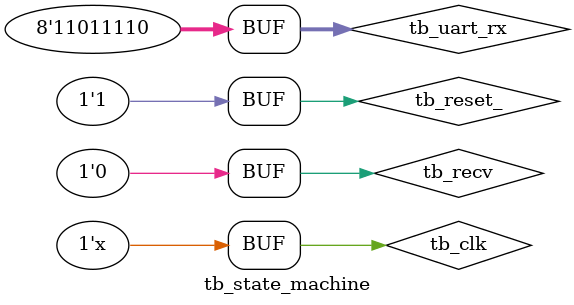
<source format=sv>
`timescale 1 ns / 1 ps

module tb_state_machine ();

// inputs
logic tb_clk = 0;
logic tb_reset_ = 0;
logic tb_recv = 0;
logic [7:0] tb_uart_rx;

// outputs
logic tb_send;
logic [7:0] tb_uart_tx;

// set clock
always #2ns tb_clk = ~tb_clk;

// link parameters
state_machine state_machine(.clk(tb_clk),
                            .reset_(tb_reset_),
                            .recv(tb_recv),
                            .uart_rx(tb_uart_rx),
                            .send(tb_send),
                            .uart_tx(tb_uart_tx));

initial
begin

    // testing state changing
    #10ns
    tb_reset_ = 1;	// start state machine
    
    // testing TX
    #10ns
    tb_uart_rx = 42;
    #1ns
    
    // trigger state changing
    tb_recv = 1;
    #1ns
    tb_recv = 0;
    // UART_TX
        
    // IDLE
    #10ns
    
    // testing RX
    tb_uart_rx = 69;
    #10ns
    
    // trigger state changing
    tb_recv = 1;
    #1ns
    tb_recv = 0;
    
    #5ns
    
    // UART_RX
    
    // set data which is being received
    tb_uart_rx = 222;    
    #10ns
    
    // trigger data reading
    tb_recv = 1;
    #1ns
    tb_recv = 0;
        
    // DISPLAY
    
    // IDLE
end
endmodule    

</source>
